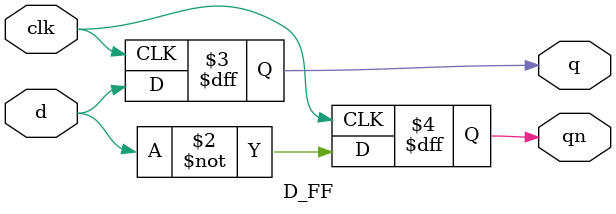
<source format=v>
module D_FF(
  output reg q,
  output reg qn,
  input clk,
  input d
);

  always @(posedge clk) begin
    q  <= d;
    qn <= ~d;
  end

endmodule

</source>
